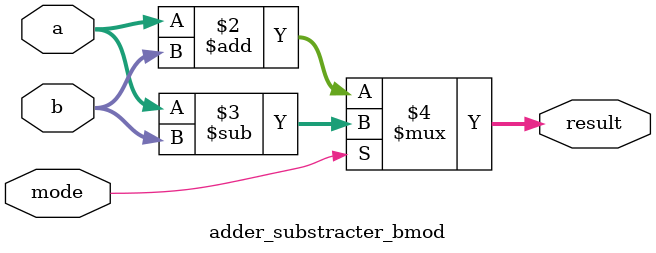
<source format=sv>
module adder_substracter_bmod #(
    parameter NUMBER_OF_BITS = 32
) (
    input wire signed [NUMBER_OF_BITS-1:0] a, b,
    // 0 for adder, 1 for substracter
    input wire mode,

    output wire signed [NUMBER_OF_BITS-1:0] result
);

assign result   =   (mode == '0) ?  
                    (a + b) : (a - b);
    
endmodule : adder_substracter_bmod
</source>
